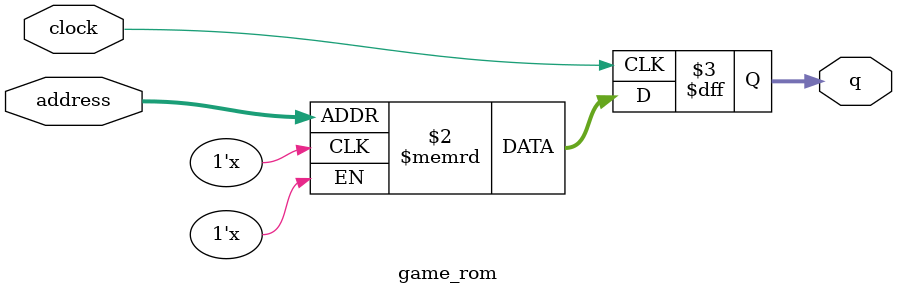
<source format=sv>
module game_rom (
	input logic clock,
	input logic [18:0] address,
	output logic [1:0] q
);

logic [1:0] memory [0:307199] /* synthesis ram_init_file = "./game/game.mif" */;

always_ff @ (posedge clock) begin
	q <= memory[address];
end

endmodule

</source>
